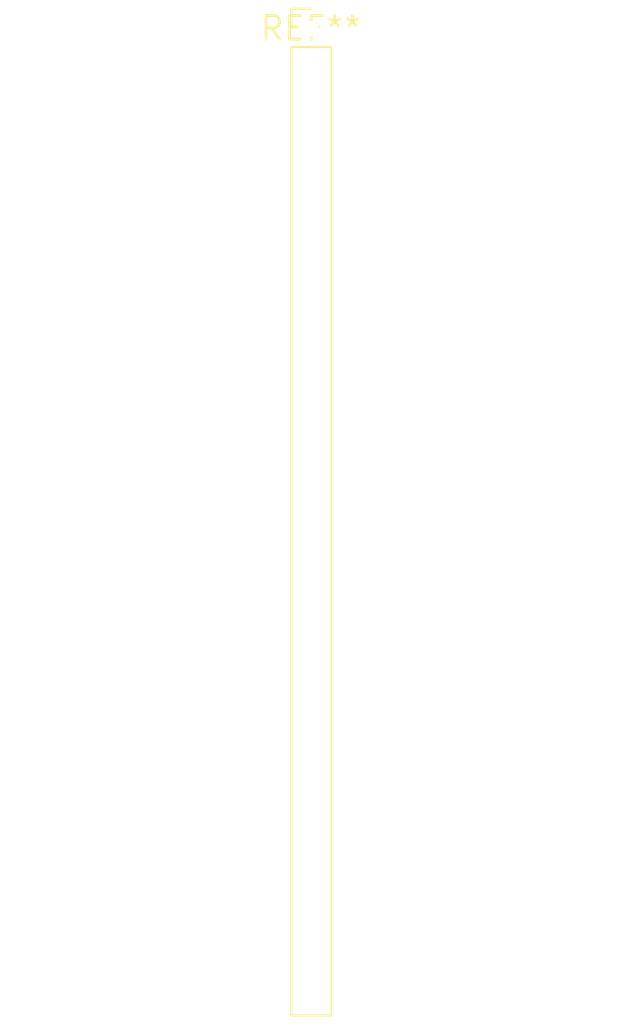
<source format=kicad_pcb>
(kicad_pcb (version 20240108) (generator pcbnew)
  (layers (0 "F.Cu" signal) (31 "B.Cu" signal) (34 "B.Paste" user) (35 "F.Paste" user) (36 "B.SilkS" user "B.Silkscreen") (37 "F.SilkS" user "F.Silkscreen") (38 "B.Mask" user) (39 "F.Mask" user) (44 "Edge.Cuts" user))
  (net 0 "")
  (footprint "PinHeader_1x27_P2.00mm_Vertical" (layer "F.Cu") (at 0 0)
    (property "Reference" "REF**")
    (property "Value" "PinHeader_1x27_P2.00mm_Vertical")
    (fp_line (start -1.06 -1.06) (end 0 -1.06) (layer "F.SilkS") (stroke (width 0.12)))
    (fp_line (start -1.06 0) (end -1.06 -1.06) (layer "F.SilkS") (stroke (width 0.12)))
    (fp_line (start -1.06 1) (end -1.06 53.06) (layer "F.SilkS") (stroke (width 0.12)))
    (fp_line (start -1.06 1) (end 1.06 1) (layer "F.SilkS") (stroke (width 0.12)))
    (fp_line (start -1.06 53.06) (end 1.06 53.06) (layer "F.SilkS") (stroke (width 0.12)))
    (fp_line (start 1.06 1) (end 1.06 53.06) (layer "F.SilkS") (stroke (width 0.12)))
    (pad "1" thru_hole rect (at 0 0) (size 1.35 1.35) (drill 0.8) (layers *.Cu *.Mask) (remove_unused_layers))
    (pad "2" thru_hole oval (at 0 2) (size 1.35 1.35) (drill 0.8) (layers *.Cu *.Mask) (remove_unused_layers))
    (pad "3" thru_hole oval (at 0 4) (size 1.35 1.35) (drill 0.8) (layers *.Cu *.Mask) (remove_unused_layers))
    (pad "4" thru_hole oval (at 0 6) (size 1.35 1.35) (drill 0.8) (layers *.Cu *.Mask) (remove_unused_layers))
    (pad "5" thru_hole oval (at 0 8) (size 1.35 1.35) (drill 0.8) (layers *.Cu *.Mask) (remove_unused_layers))
    (pad "6" thru_hole oval (at 0 10) (size 1.35 1.35) (drill 0.8) (layers *.Cu *.Mask) (remove_unused_layers))
    (pad "7" thru_hole oval (at 0 12) (size 1.35 1.35) (drill 0.8) (layers *.Cu *.Mask) (remove_unused_layers))
    (pad "8" thru_hole oval (at 0 14) (size 1.35 1.35) (drill 0.8) (layers *.Cu *.Mask) (remove_unused_layers))
    (pad "9" thru_hole oval (at 0 16) (size 1.35 1.35) (drill 0.8) (layers *.Cu *.Mask) (remove_unused_layers))
    (pad "10" thru_hole oval (at 0 18) (size 1.35 1.35) (drill 0.8) (layers *.Cu *.Mask) (remove_unused_layers))
    (pad "11" thru_hole oval (at 0 20) (size 1.35 1.35) (drill 0.8) (layers *.Cu *.Mask) (remove_unused_layers))
    (pad "12" thru_hole oval (at 0 22) (size 1.35 1.35) (drill 0.8) (layers *.Cu *.Mask) (remove_unused_layers))
    (pad "13" thru_hole oval (at 0 24) (size 1.35 1.35) (drill 0.8) (layers *.Cu *.Mask) (remove_unused_layers))
    (pad "14" thru_hole oval (at 0 26) (size 1.35 1.35) (drill 0.8) (layers *.Cu *.Mask) (remove_unused_layers))
    (pad "15" thru_hole oval (at 0 28) (size 1.35 1.35) (drill 0.8) (layers *.Cu *.Mask) (remove_unused_layers))
    (pad "16" thru_hole oval (at 0 30) (size 1.35 1.35) (drill 0.8) (layers *.Cu *.Mask) (remove_unused_layers))
    (pad "17" thru_hole oval (at 0 32) (size 1.35 1.35) (drill 0.8) (layers *.Cu *.Mask) (remove_unused_layers))
    (pad "18" thru_hole oval (at 0 34) (size 1.35 1.35) (drill 0.8) (layers *.Cu *.Mask) (remove_unused_layers))
    (pad "19" thru_hole oval (at 0 36) (size 1.35 1.35) (drill 0.8) (layers *.Cu *.Mask) (remove_unused_layers))
    (pad "20" thru_hole oval (at 0 38) (size 1.35 1.35) (drill 0.8) (layers *.Cu *.Mask) (remove_unused_layers))
    (pad "21" thru_hole oval (at 0 40) (size 1.35 1.35) (drill 0.8) (layers *.Cu *.Mask) (remove_unused_layers))
    (pad "22" thru_hole oval (at 0 42) (size 1.35 1.35) (drill 0.8) (layers *.Cu *.Mask) (remove_unused_layers))
    (pad "23" thru_hole oval (at 0 44) (size 1.35 1.35) (drill 0.8) (layers *.Cu *.Mask) (remove_unused_layers))
    (pad "24" thru_hole oval (at 0 46) (size 1.35 1.35) (drill 0.8) (layers *.Cu *.Mask) (remove_unused_layers))
    (pad "25" thru_hole oval (at 0 48) (size 1.35 1.35) (drill 0.8) (layers *.Cu *.Mask) (remove_unused_layers))
    (pad "26" thru_hole oval (at 0 50) (size 1.35 1.35) (drill 0.8) (layers *.Cu *.Mask) (remove_unused_layers))
    (pad "27" thru_hole oval (at 0 52) (size 1.35 1.35) (drill 0.8) (layers *.Cu *.Mask) (remove_unused_layers))
  )
)
</source>
